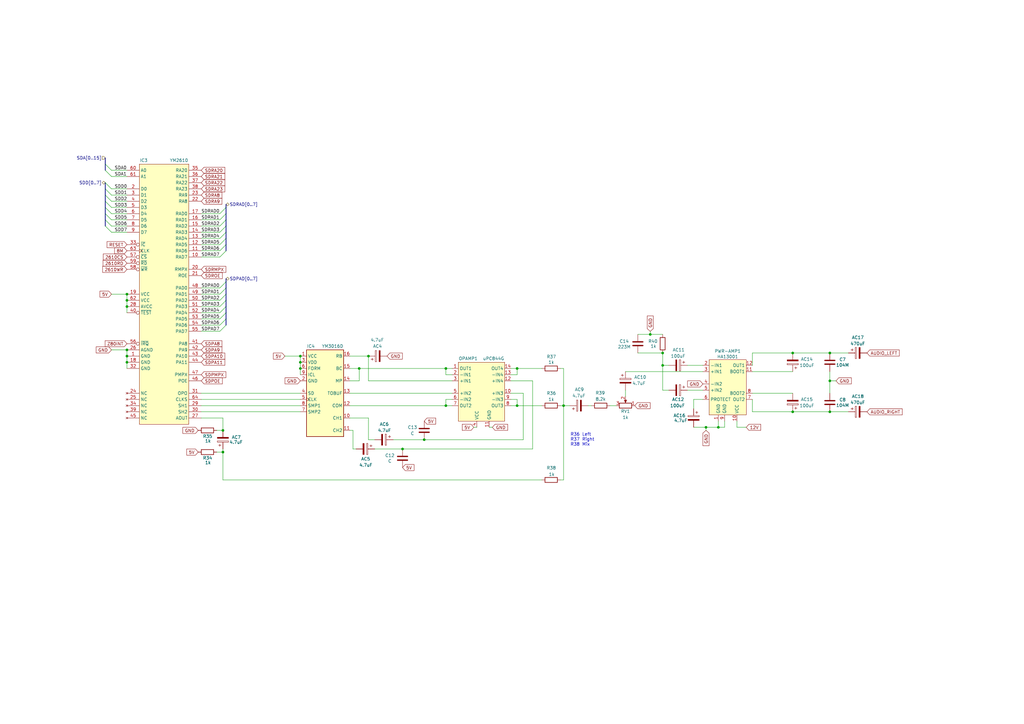
<source format=kicad_sch>
(kicad_sch (version 20250114) (generator "eeschema") (generator_version "9.0")
  (paper "A3")
  (title_block (title "NEO-MVH MV1FZS") (date "2025-10-13") (comment 1 "Not official schematic from SNK") (comment 2 "Use at your own discretion"))
  (lib_symbols
    (symbol "Device:C" (pin_numbers (hide yes)) (pin_names (offset 0.254))
      (property "Reference" "C" (at 0.635 2.54 0))
      (property "Value" "C" (at 0.635 -2.54 0))
      (symbol "C_0_1"
        (polyline (pts (xy -2.032 0.762) (xy 2.032 0.762)) (stroke (width 0.508)))
        (polyline (pts (xy -2.032 -0.762) (xy 2.032 -0.762)) (stroke (width 0.508)))
      )
      (symbol "C_1_1"
        (pin passive line (at 0 3.81 270) (length 2.794) (name "~") (number "1"))
        (pin passive line (at 0 -3.81 90) (length 2.794) (name "~") (number "2"))
      )
    )
    (symbol "Device:C_Polarized" (pin_numbers (hide yes)) (pin_names (offset 0.254))
      (property "Reference" "C" (at 0.635 2.54 0))
      (property "Value" "C_Polarized" (at 0.635 -2.54 0))
      (symbol "C_Polarized_0_1"
        (rectangle (start -2.286 0.508) (end 2.286 1.016))
        (polyline (pts (xy -1.778 2.286) (xy -0.762 2.286)))
        (polyline (pts (xy -1.27 2.794) (xy -1.27 1.778)))
        (rectangle (start 2.286 -0.508) (end -2.286 -1.016) (fill (type outline)))
      )
      (symbol "C_Polarized_1_1"
        (pin passive line (at 0 3.81 270) (length 2.794) (name "~") (number "1"))
        (pin passive line (at 0 -3.81 90) (length 2.794) (name "~") (number "2"))
      )
    )
    (symbol "Device:R" (pin_numbers (hide yes)) (pin_names (offset 0))
      (property "Reference" "R" (at 2.032 0 90))
      (property "Value" "R" (at 0 0 90))
      (symbol "R_0_1"
        (rectangle (start -1.016 -2.54) (end 1.016 2.54) (stroke (width 0.254)))
      )
      (symbol "R_1_1"
        (pin passive line (at 0 3.81 270) (length 1.27) (name "~") (number "1"))
        (pin passive line (at 0 -3.81 90) (length 1.27) (name "~") (number "2"))
      )
    )
    (symbol "Device:R_Potentiometer" (pin_names (offset 1.016) (hide yes))
      (property "Reference" "RV" (at -4.445 0 90))
      (property "Value" "R_Potentiometer" (at -2.54 0 90))
      (symbol "R_Potentiometer_0_1"
        (rectangle (start 1.016 2.54) (end -1.016 -2.54) (stroke (width 0.254)))
        (polyline (pts (xy 1.143 0) (xy 2.286 0.508) (xy 2.286 -0.508) (xy 1.143 0)) (fill (type outline)))
        (polyline (pts (xy 2.54 0) (xy 1.524 0)))
      )
      (symbol "R_Potentiometer_1_1"
        (pin passive line (at 0 3.81 270) (length 1.27) (name "1") (number "1"))
        (pin passive line (at 0 -3.81 90) (length 1.27) (name "3") (number "3"))
        (pin passive line (at 3.81 0 180) (length 1.27) (name "2") (number "2"))
      )
    )
    (symbol "Neo Geo:HA13001"
      (property "Reference" "U" (at -6.858 12.7 0))
      (property "Value" "HA13001" (at 3.302 12.7 0))
      (symbol "HA13001_1_1"
        (rectangle (start -7.62 11.176) (end 7.62 -11.43) (fill (type background)))
        (pin input line (at -10.16 8.89 0) (length 2.54) (name "-IN1") (number "2"))
        (pin input line (at -10.16 6.35 0) (length 2.54) (name "+IN1") (number "3"))
        (pin input line (at -10.16 1.27 0) (length 2.54) (name "-IN2") (number "4"))
        (pin input line (at -10.16 -1.27 0) (length 2.54) (name "+IN2") (number "5"))
        (pin output line (at -10.16 -5.08 0) (length 2.54) (name "PROTECT") (number "6"))
        (pin power_in line (at -3.81 -13.97 90) (length 2.54) (name "GND") (number "1"))
        (pin power_in line (at -1.27 -13.97 90) (length 2.54) (name "GND") (number "9"))
        (pin power_in line (at 3.81 -13.97 90) (length 2.54) (name "VCC") (number "10"))
        (pin output line (at 10.16 8.89 180) (length 2.54) (name "OUT1") (number "12"))
        (pin input line (at 10.16 6.35 180) (length 2.54) (name "BOOT1") (number "11"))
        (pin input line (at 10.16 -2.54 180) (length 2.54) (name "BOOT2") (number "8"))
        (pin output line (at 10.16 -5.08 180) (length 2.54) (name "OUT2") (number "7"))
      )
    )
    (symbol "Neo Geo:YM2610"
      (property "Reference" "IC" (at -8.89 59.69 0))
      (property "Value" "YM2610" (at 0 -49.53 0))
      (symbol "YM2610_1_1"
        (rectangle (start -10.16 58.42) (end 10.16 -48.26) (fill (type background)))
        (pin bidirectional line (at -15.24 55.88 0) (length 5.08) (name "A0") (number "60"))
        (pin bidirectional line (at -15.24 53.34 0) (length 5.08) (name "A1") (number "61"))
        (pin bidirectional line (at -15.24 48.26 0) (length 5.08) (name "D0") (number "2"))
        (pin bidirectional line (at -15.24 45.72 0) (length 5.08) (name "D1") (number "3"))
        (pin bidirectional line (at -15.24 43.18 0) (length 5.08) (name "D2") (number "4"))
        (pin bidirectional line (at -15.24 40.64 0) (length 5.08) (name "D3") (number "5"))
        (pin bidirectional line (at -15.24 38.1 0) (length 5.08) (name "D4") (number "6"))
        (pin bidirectional line (at -15.24 35.56 0) (length 5.08) (name "D5") (number "7"))
        (pin bidirectional line (at -15.24 33.02 0) (length 5.08) (name "D6") (number "8"))
        (pin bidirectional line (at -15.24 30.48 0) (length 5.08) (name "D7") (number "9"))
        (pin bidirectional inverted (at -15.24 25.4 0) (length 5.08) (name "~{IC}") (number "33"))
        (pin bidirectional clock (at -15.24 22.86 0) (length 5.08) (name "CLK") (number "63"))
        (pin bidirectional inverted (at -15.24 20.32 0) (length 5.08) (name "~{CS}") (number "57"))
        (pin bidirectional inverted (at -15.24 17.78 0) (length 5.08) (name "~{RD}") (number "59"))
        (pin bidirectional inverted (at -15.24 15.24 0) (length 5.08) (name "~{WR}") (number "58"))
        (pin power_in line (at -15.24 5.08 0) (length 5.08) (name "VCC") (number "19"))
        (pin power_in line (at -15.24 2.54 0) (length 5.08) (name "VCC") (number "62"))
        (pin power_in line (at -15.24 0 0) (length 5.08) (name "AVCC") (number "28"))
        (pin input inverted (at -15.24 -2.54 0) (length 5.08) (name "~{TEST}") (number "40"))
        (pin bidirectional inverted (at -15.24 -15.24 0) (length 5.08) (name "~{IRQ}") (number "56"))
        (pin power_in line (at -15.24 -17.78 0) (length 5.08) (name "AGND") (number "26"))
        (pin power_in line (at -15.24 -20.32 0) (length 5.08) (name "GND") (number "1"))
        (pin power_in line (at -15.24 -22.86 0) (length 5.08) (name "GND") (number "18"))
        (pin power_in line (at -15.24 -25.4 0) (length 5.08) (name "GND") (number "32"))
        (pin no_connect line (at -15.24 -35.56 0) (length 5.08) (name "NC") (number "24"))
        (pin no_connect line (at -15.24 -38.1 0) (length 5.08) (name "NC") (number "25"))
        (pin no_connect line (at -15.24 -40.64 0) (length 5.08) (name "NC") (number "34"))
        (pin no_connect line (at -15.24 -43.18 0) (length 5.08) (name "NC") (number "39"))
        (pin no_connect line (at -15.24 -45.72 0) (length 5.08) (name "NC") (number "45"))
        (pin bidirectional line (at 15.24 55.88 180) (length 5.08) (name "RA20") (number "35"))
        (pin bidirectional line (at 15.24 53.34 180) (length 5.08) (name "RA21") (number "36"))
        (pin bidirectional line (at 15.24 50.8 180) (length 5.08) (name "RA22") (number "37"))
        (pin bidirectional line (at 15.24 48.26 180) (length 5.08) (name "RA23") (number "38"))
        (pin bidirectional line (at 15.24 45.72 180) (length 5.08) (name "RA9") (number "23"))
        (pin bidirectional line (at 15.24 43.18 180) (length 5.08) (name "RA8") (number "22"))
        (pin bidirectional line (at 15.24 38.1 180) (length 5.08) (name "RAD0") (number "17"))
        (pin bidirectional line (at 15.24 35.56 180) (length 5.08) (name "RAD1") (number "16"))
        (pin bidirectional line (at 15.24 33.02 180) (length 5.08) (name "RAD2") (number "15"))
        (pin bidirectional line (at 15.24 30.48 180) (length 5.08) (name "RAD3") (number "14"))
        (pin bidirectional line (at 15.24 27.94 180) (length 5.08) (name "RAD4") (number "13"))
        (pin bidirectional line (at 15.24 25.4 180) (length 5.08) (name "RAD5") (number "12"))
        (pin bidirectional line (at 15.24 22.86 180) (length 5.08) (name "RAD6") (number "11"))
        (pin bidirectional line (at 15.24 20.32 180) (length 5.08) (name "RAD7") (number "10"))
        (pin bidirectional line (at 15.24 15.24 180) (length 5.08) (name "RMPX") (number "20"))
        (pin bidirectional line (at 15.24 12.7 180) (length 5.08) (name "ROE") (number "21"))
        (pin bidirectional line (at 15.24 7.62 180) (length 5.08) (name "PAD0") (number "48"))
        (pin bidirectional line (at 15.24 5.08 180) (length 5.08) (name "PAD1") (number "49"))
        (pin bidirectional line (at 15.24 2.54 180) (length 5.08) (name "PAD2") (number "50"))
        (pin bidirectional line (at 15.24 0 180) (length 5.08) (name "PAD3") (number "51"))
        (pin bidirectional line (at 15.24 -2.54 180) (length 5.08) (name "PAD4") (number "52"))
        (pin bidirectional line (at 15.24 -5.08 180) (length 5.08) (name "PAD5") (number "53"))
        (pin bidirectional line (at 15.24 -7.62 180) (length 5.08) (name "PAD6") (number "54"))
        (pin bidirectional line (at 15.24 -10.16 180) (length 5.08) (name "PAD7") (number "55"))
        (pin bidirectional line (at 15.24 -15.24 180) (length 5.08) (name "PA8") (number "41"))
        (pin bidirectional line (at 15.24 -17.78 180) (length 5.08) (name "PA9") (number "42"))
        (pin bidirectional line (at 15.24 -20.32 180) (length 5.08) (name "PA10") (number "43"))
        (pin bidirectional line (at 15.24 -22.86 180) (length 5.08) (name "PA11") (number "44"))
        (pin bidirectional line (at 15.24 -27.94 180) (length 5.08) (name "PMPX") (number "47"))
        (pin bidirectional line (at 15.24 -30.48 180) (length 5.08) (name "POE") (number "46"))
        (pin bidirectional line (at 15.24 -35.56 180) (length 5.08) (name "OPO") (number "31"))
        (pin bidirectional line (at 15.24 -38.1 180) (length 5.08) (name "CLKS") (number "64"))
        (pin bidirectional line (at 15.24 -40.64 180) (length 5.08) (name "SH1") (number "29"))
        (pin bidirectional line (at 15.24 -43.18 180) (length 5.08) (name "SH2") (number "30"))
        (pin bidirectional line (at 15.24 -45.72 180) (length 5.08) (name "AOUT") (number "27"))
      )
    )
    (symbol "Neo Geo:YM3016D"
      (property "Reference" "IC" (at -6.35 26.67 0))
      (property "Value" "YM3016D" (at -3.81 -11.43 0))
      (symbol "YM3016D_1_1"
        (rectangle (start -7.62 25.4) (end 7.62 -10.16) (stroke (width 0.254)) (fill (type background)))
        (pin power_in line (at -10.16 22.86 0) (length 2.54) (name "VCC") (number "1"))
        (pin power_in line (at -10.16 20.32 0) (length 2.54) (name "VDD") (number "3"))
        (pin input line (at -10.16 17.78 0) (length 2.54) (name "FORM") (number "6"))
        (pin input line (at -10.16 15.24 0) (length 2.54) (name "ICL") (number "9"))
        (pin power_in line (at -10.16 12.7 0) (length 2.54) (name "GND") (number "2"))
        (pin input line (at -10.16 7.62 0) (length 2.54) (name "SD") (number "4"))
        (pin input clock (at -10.16 5.08 0) (length 2.54) (name "CLK") (number "5"))
        (pin input line (at -10.16 2.54 0) (length 2.54) (name "SMP1") (number "8"))
        (pin input line (at -10.16 0 0) (length 2.54) (name "SMP2") (number "7"))
        (pin bidirectional line (at 10.16 22.86 180) (length 2.54) (name "RB") (number "16"))
        (pin bidirectional line (at 10.16 17.78 180) (length 2.54) (name "BC") (number "15"))
        (pin bidirectional line (at 10.16 12.7 180) (length 2.54) (name "MP") (number "14"))
        (pin bidirectional line (at 10.16 7.62 180) (length 2.54) (name "TOBUF") (number "13"))
        (pin bidirectional line (at 10.16 2.54 180) (length 2.54) (name "COM") (number "12"))
        (pin output line (at 10.16 -2.54 180) (length 2.54) (name "CH1") (number "10"))
        (pin output line (at 10.16 -7.62 180) (length 2.54) (name "CH2") (number "11"))
      )
    )
    (symbol "Neo Geo:uPC844G"
      (property "Reference" "U" (at -9.144 12.954 0))
      (property "Value" "uPC844G" (at 4.318 12.954 0))
      (symbol "uPC844G_1_1"
        (rectangle (start -10.16 11.43) (end 8.89 -12.7) (fill (type background)))
        (pin output line (at -12.7 8.89 0) (length 2.54) (name "OUT1") (number "1"))
        (pin input line (at -12.7 6.35 0) (length 2.54) (name "-IN1") (number "2"))
        (pin input line (at -12.7 3.81 0) (length 2.54) (name "+IN1") (number "3"))
        (pin input line (at -12.7 -1.27 0) (length 2.54) (name "+IN2") (number "5"))
        (pin input line (at -12.7 -3.81 0) (length 2.54) (name "-IN2") (number "6"))
        (pin output line (at -12.7 -6.35 0) (length 2.54) (name "OUT2") (number "7"))
        (pin power_in line (at -2.54 -15.24 90) (length 2.54) (name "VCC") (number "4"))
        (pin power_in line (at 2.54 -15.24 90) (length 2.54) (name "GND") (number "11"))
        (pin output line (at 11.43 8.89 180) (length 2.54) (name "OUT4") (number "14"))
        (pin input line (at 11.43 6.35 180) (length 2.54) (name "-IN4") (number "13"))
        (pin input line (at 11.43 3.81 180) (length 2.54) (name "+IN4") (number "12"))
        (pin input line (at 11.43 -1.27 180) (length 2.54) (name "+IN3") (number "10"))
        (pin input line (at 11.43 -3.81 180) (length 2.54) (name "-IN3") (number "9"))
        (pin output line (at 11.43 -6.35 180) (length 2.54) (name "OUT3") (number "8"))
      )
    )
  )
  (text "R36	Left\nR37	Right\nR38	Mix" (at 233.934 180.34 0) (effects (font (size 1.27 1.27)) (justify left)))
  (junction (at 294.64 175.26))
  (junction (at 52.07 123.19))
  (junction (at 340.36 144.78))
  (junction (at 123.19 148.59))
  (junction (at 289.56 175.26))
  (junction (at 52.07 143.51))
  (junction (at 266.7 137.16))
  (junction (at 147.32 151.13))
  (junction (at 325.12 168.91))
  (junction (at 271.78 144.78))
  (junction (at 52.07 125.73))
  (junction (at 173.99 180.34))
  (junction (at 91.44 176.53))
  (junction (at 91.44 185.42))
  (junction (at 123.19 146.05))
  (junction (at 212.09 151.13))
  (junction (at 271.78 149.86))
  (junction (at 52.07 146.05))
  (junction (at 151.13 146.05))
  (junction (at 182.88 166.37))
  (junction (at 340.36 168.91))
  (junction (at 165.1 184.15))
  (junction (at 52.07 148.59))
  (junction (at 52.07 120.65))
  (junction (at 182.88 151.13))
  (junction (at 123.19 151.13))
  (junction (at 340.36 156.21))
  (junction (at 325.12 144.78))
  (junction (at 212.09 166.37))
  (junction (at 231.14 166.37))
  (bus_entry (at 92.71 100.33) (size -2.54 2.54))
  (bus_entry (at 92.71 128.27) (size -2.54 2.54))
  (bus_entry (at 92.71 92.71) (size -2.54 2.54))
  (bus_entry (at 92.71 102.87) (size -2.54 2.54))
  (bus_entry (at 43.18 67.31) (size 2.54 2.54))
  (bus_entry (at 92.71 125.73) (size -2.54 2.54))
  (bus_entry (at 92.71 123.19) (size -2.54 2.54))
  (bus_entry (at 92.71 87.63) (size -2.54 2.54))
  (bus_entry (at 92.71 133.35) (size -2.54 2.54))
  (bus_entry (at 92.71 90.17) (size -2.54 2.54))
  (bus_entry (at 43.18 74.93) (size 2.54 2.54))
  (bus_entry (at 92.71 85.09) (size -2.54 2.54))
  (bus_entry (at 92.71 97.79) (size -2.54 2.54))
  (bus_entry (at 92.71 118.11) (size -2.54 2.54))
  (bus_entry (at 92.71 120.65) (size -2.54 2.54))
  (bus_entry (at 43.18 87.63) (size 2.54 2.54))
  (bus_entry (at 43.18 85.09) (size 2.54 2.54))
  (bus_entry (at 43.18 77.47) (size 2.54 2.54))
  (bus_entry (at 43.18 80.01) (size 2.54 2.54))
  (bus_entry (at 43.18 92.71) (size 2.54 2.54))
  (bus_entry (at 43.18 69.85) (size 2.54 2.54))
  (bus_entry (at 43.18 82.55) (size 2.54 2.54))
  (bus_entry (at 92.71 130.81) (size -2.54 2.54))
  (bus_entry (at 92.71 115.57) (size -2.54 2.54))
  (bus_entry (at 92.71 95.25) (size -2.54 2.54))
  (bus_entry (at 43.18 90.17) (size 2.54 2.54))
  (wire (pts (xy 143.51 151.13) (xy 147.32 151.13)))
  (wire (pts (xy 143.51 161.29) (xy 185.42 161.29)))
  (wire (pts (xy 173.99 180.34) (xy 161.29 180.34)))
  (bus (pts (xy 92.71 97.79) (xy 92.71 100.33)))
  (wire (pts (xy 256.54 160.02) (xy 256.54 162.56)))
  (wire (pts (xy 45.72 85.09) (xy 52.07 85.09)))
  (wire (pts (xy 45.72 95.25) (xy 52.07 95.25)))
  (bus (pts (xy 92.71 90.17) (xy 92.71 92.71)))
  (wire (pts (xy 52.07 148.59) (xy 52.07 151.13)))
  (wire (pts (xy 340.36 156.21) (xy 340.36 161.29)))
  (wire (pts (xy 82.55 168.91) (xy 123.19 168.91)))
  (wire (pts (xy 144.78 184.15) (xy 144.78 176.53)))
  (wire (pts (xy 242.57 166.37) (xy 241.3 166.37)))
  (wire (pts (xy 82.55 135.89) (xy 90.17 135.89)))
  (wire (pts (xy 250.19 166.37) (xy 252.73 166.37)))
  (bus (pts (xy 92.71 118.11) (xy 92.71 120.65)))
  (wire (pts (xy 143.51 166.37) (xy 182.88 166.37)))
  (wire (pts (xy 274.32 160.02) (xy 271.78 160.02)))
  (wire (pts (xy 45.72 143.51) (xy 52.07 143.51)))
  (wire (pts (xy 201.93 175.26) (xy 200.66 175.26)))
  (wire (pts (xy 144.78 184.15) (xy 146.05 184.15)))
  (wire (pts (xy 147.32 156.21) (xy 147.32 151.13)))
  (wire (pts (xy 302.26 172.72) (xy 302.26 175.26)))
  (wire (pts (xy 308.61 152.4) (xy 325.12 152.4)))
  (wire (pts (xy 340.36 144.78) (xy 347.98 144.78)))
  (bus (pts (xy 92.71 114.3) (xy 92.71 115.57)))
  (wire (pts (xy 182.88 163.83) (xy 182.88 166.37)))
  (bus (pts (xy 92.71 120.65) (xy 92.71 123.19)))
  (wire (pts (xy 271.78 144.78) (xy 271.78 149.86)))
  (bus (pts (xy 92.71 87.63) (xy 92.71 90.17)))
  (wire (pts (xy 82.55 100.33) (xy 90.17 100.33)))
  (wire (pts (xy 82.55 130.81) (xy 90.17 130.81)))
  (wire (pts (xy 209.55 163.83) (xy 212.09 163.83)))
  (wire (pts (xy 231.14 151.13) (xy 231.14 166.37)))
  (wire (pts (xy 82.55 97.79) (xy 90.17 97.79)))
  (wire (pts (xy 151.13 180.34) (xy 153.67 180.34)))
  (wire (pts (xy 308.61 161.29) (xy 325.12 161.29)))
  (bus (pts (xy 43.18 90.17) (xy 43.18 92.71)))
  (wire (pts (xy 231.14 151.13) (xy 229.87 151.13)))
  (wire (pts (xy 143.51 146.05) (xy 151.13 146.05)))
  (wire (pts (xy 212.09 151.13) (xy 222.25 151.13)))
  (bus (pts (xy 43.18 87.63) (xy 43.18 90.17)))
  (wire (pts (xy 271.78 149.86) (xy 274.32 149.86)))
  (wire (pts (xy 143.51 156.21) (xy 147.32 156.21)))
  (wire (pts (xy 91.44 171.45) (xy 82.55 171.45)))
  (wire (pts (xy 340.36 152.4) (xy 340.36 156.21)))
  (wire (pts (xy 266.7 135.89) (xy 266.7 137.16)))
  (wire (pts (xy 212.09 166.37) (xy 222.25 166.37)))
  (bus (pts (xy 43.18 85.09) (xy 43.18 87.63)))
  (wire (pts (xy 281.94 160.02) (xy 288.29 160.02)))
  (bus (pts (xy 92.71 125.73) (xy 92.71 128.27)))
  (wire (pts (xy 209.55 166.37) (xy 212.09 166.37)))
  (wire (pts (xy 214.63 161.29) (xy 209.55 161.29)))
  (wire (pts (xy 261.62 144.78) (xy 271.78 144.78)))
  (wire (pts (xy 82.55 123.19) (xy 90.17 123.19)))
  (wire (pts (xy 229.87 166.37) (xy 231.14 166.37)))
  (wire (pts (xy 82.55 125.73) (xy 90.17 125.73)))
  (wire (pts (xy 325.12 144.78) (xy 340.36 144.78)))
  (wire (pts (xy 266.7 137.16) (xy 261.62 137.16)))
  (wire (pts (xy 340.36 168.91) (xy 347.98 168.91)))
  (bus (pts (xy 92.71 130.81) (xy 92.71 133.35)))
  (wire (pts (xy 82.55 133.35) (xy 90.17 133.35)))
  (wire (pts (xy 185.42 156.21) (xy 151.13 156.21)))
  (wire (pts (xy 194.31 175.26) (xy 195.58 175.26)))
  (wire (pts (xy 82.55 120.65) (xy 90.17 120.65)))
  (bus (pts (xy 43.18 67.31) (xy 43.18 69.85)))
  (wire (pts (xy 212.09 163.83) (xy 212.09 166.37)))
  (wire (pts (xy 231.14 166.37) (xy 233.68 166.37)))
  (wire (pts (xy 209.55 151.13) (xy 212.09 151.13)))
  (wire (pts (xy 52.07 143.51) (xy 52.07 146.05)))
  (wire (pts (xy 45.72 72.39) (xy 52.07 72.39)))
  (wire (pts (xy 151.13 156.21) (xy 151.13 146.05)))
  (bus (pts (xy 92.71 128.27) (xy 92.71 130.81)))
  (wire (pts (xy 82.55 161.29) (xy 123.19 161.29)))
  (wire (pts (xy 182.88 151.13) (xy 185.42 151.13)))
  (wire (pts (xy 165.1 184.15) (xy 153.67 184.15)))
  (bus (pts (xy 92.71 123.19) (xy 92.71 125.73)))
  (wire (pts (xy 91.44 185.42) (xy 91.44 196.85)))
  (bus (pts (xy 43.18 80.01) (xy 43.18 82.55)))
  (wire (pts (xy 144.78 176.53) (xy 143.51 176.53)))
  (wire (pts (xy 182.88 153.67) (xy 182.88 151.13)))
  (wire (pts (xy 284.48 163.83) (xy 284.48 167.64)))
  (wire (pts (xy 165.1 184.15) (xy 218.44 184.15)))
  (wire (pts (xy 45.72 77.47) (xy 52.07 77.47)))
  (wire (pts (xy 325.12 144.78) (xy 308.61 144.78)))
  (wire (pts (xy 308.61 144.78) (xy 308.61 149.86)))
  (wire (pts (xy 294.64 175.26) (xy 297.18 175.26)))
  (bus (pts (xy 92.71 83.82) (xy 92.71 85.09)))
  (bus (pts (xy 43.18 74.93) (xy 43.18 77.47)))
  (wire (pts (xy 173.99 180.34) (xy 214.63 180.34)))
  (wire (pts (xy 82.55 87.63) (xy 90.17 87.63)))
  (wire (pts (xy 52.07 146.05) (xy 52.07 148.59)))
  (wire (pts (xy 218.44 156.21) (xy 209.55 156.21)))
  (wire (pts (xy 123.19 148.59) (xy 123.19 151.13)))
  (wire (pts (xy 271.78 160.02) (xy 271.78 149.86)))
  (wire (pts (xy 82.55 105.41) (xy 90.17 105.41)))
  (wire (pts (xy 229.87 196.85) (xy 231.14 196.85)))
  (bus (pts (xy 92.71 85.09) (xy 92.71 87.63)))
  (wire (pts (xy 45.72 69.85) (xy 52.07 69.85)))
  (wire (pts (xy 185.42 166.37) (xy 182.88 166.37)))
  (wire (pts (xy 218.44 184.15) (xy 218.44 156.21)))
  (wire (pts (xy 52.07 120.65) (xy 52.07 123.19)))
  (wire (pts (xy 82.55 118.11) (xy 90.17 118.11)))
  (wire (pts (xy 91.44 184.15) (xy 91.44 185.42)))
  (bus (pts (xy 43.18 64.77) (xy 43.18 67.31)))
  (wire (pts (xy 308.61 163.83) (xy 308.61 168.91)))
  (wire (pts (xy 91.44 196.85) (xy 222.25 196.85)))
  (bus (pts (xy 92.71 95.25) (xy 92.71 97.79)))
  (wire (pts (xy 82.55 166.37) (xy 123.19 166.37)))
  (wire (pts (xy 308.61 168.91) (xy 325.12 168.91)))
  (wire (pts (xy 284.48 175.26) (xy 289.56 175.26)))
  (wire (pts (xy 151.13 171.45) (xy 143.51 171.45)))
  (wire (pts (xy 45.72 120.65) (xy 52.07 120.65)))
  (wire (pts (xy 116.84 146.05) (xy 123.19 146.05)))
  (wire (pts (xy 82.55 102.87) (xy 90.17 102.87)))
  (wire (pts (xy 82.55 92.71) (xy 90.17 92.71)))
  (wire (pts (xy 123.19 151.13) (xy 123.19 153.67)))
  (wire (pts (xy 325.12 168.91) (xy 340.36 168.91)))
  (wire (pts (xy 82.55 128.27) (xy 90.17 128.27)))
  (wire (pts (xy 82.55 90.17) (xy 90.17 90.17)))
  (wire (pts (xy 82.55 95.25) (xy 90.17 95.25)))
  (wire (pts (xy 212.09 151.13) (xy 212.09 153.67)))
  (wire (pts (xy 281.94 149.86) (xy 288.29 149.86)))
  (wire (pts (xy 294.64 175.26) (xy 294.64 172.72)))
  (wire (pts (xy 284.48 163.83) (xy 288.29 163.83)))
  (wire (pts (xy 91.44 176.53) (xy 91.44 171.45)))
  (wire (pts (xy 182.88 163.83) (xy 185.42 163.83)))
  (wire (pts (xy 82.55 163.83) (xy 123.19 163.83)))
  (wire (pts (xy 151.13 180.34) (xy 151.13 171.45)))
  (wire (pts (xy 88.9 185.42) (xy 91.44 185.42)))
  (wire (pts (xy 123.19 146.05) (xy 123.19 148.59)))
  (wire (pts (xy 302.26 175.26) (xy 306.07 175.26)))
  (bus (pts (xy 92.71 115.57) (xy 92.71 118.11)))
  (wire (pts (xy 45.72 90.17) (xy 52.07 90.17)))
  (wire (pts (xy 147.32 151.13) (xy 182.88 151.13)))
  (wire (pts (xy 209.55 153.67) (xy 212.09 153.67)))
  (wire (pts (xy 342.9 156.21) (xy 340.36 156.21)))
  (wire (pts (xy 45.72 82.55) (xy 52.07 82.55)))
  (wire (pts (xy 45.72 80.01) (xy 52.07 80.01)))
  (bus (pts (xy 92.71 100.33) (xy 92.71 102.87)))
  (wire (pts (xy 214.63 180.34) (xy 214.63 161.29)))
  (wire (pts (xy 297.18 175.26) (xy 297.18 172.72)))
  (wire (pts (xy 185.42 153.67) (xy 182.88 153.67)))
  (wire (pts (xy 88.9 176.53) (xy 91.44 176.53)))
  (bus (pts (xy 92.71 92.71) (xy 92.71 95.25)))
  (wire (pts (xy 45.72 87.63) (xy 52.07 87.63)))
  (wire (pts (xy 256.54 152.4) (xy 288.29 152.4)))
  (wire (pts (xy 52.07 125.73) (xy 52.07 128.27)))
  (wire (pts (xy 231.14 196.85) (xy 231.14 166.37)))
  (wire (pts (xy 45.72 92.71) (xy 52.07 92.71)))
  (wire (pts (xy 52.07 123.19) (xy 52.07 125.73)))
  (wire (pts (xy 289.56 176.53) (xy 289.56 175.26)))
  (wire (pts (xy 266.7 137.16) (xy 271.78 137.16)))
  (bus (pts (xy 43.18 77.47) (xy 43.18 80.01)))
  (bus (pts (xy 43.18 82.55) (xy 43.18 85.09)))
  (wire (pts (xy 289.56 175.26) (xy 294.64 175.26)))
  (label "SDPAD7" (at 82.55 135.89 0))
  (label "SDRAD5" (at 82.55 100.33 0))
  (label "SDD0" (at 46.99 77.47 0))
  (label "SDPAD4" (at 82.55 128.27 0))
  (label "SDD6" (at 46.99 92.71 0))
  (label "SDD4" (at 46.99 87.63 0))
  (label "SDRAD6" (at 82.55 102.87 0))
  (label "SDRAD3" (at 82.55 95.25 0))
  (label "SDRAD7" (at 82.55 105.41 0))
  (label "SDPAD5" (at 82.55 130.81 0))
  (label "SDPAD2" (at 82.55 123.19 0))
  (label "SDRAD0" (at 82.55 87.63 0))
  (label "SDD1" (at 46.99 80.01 0))
  (label "SDD2" (at 46.99 82.55 0))
  (label "SDPAD3" (at 82.55 125.73 0))
  (label "SDRAD2" (at 82.55 92.71 0))
  (label "SDRAD4" (at 82.55 97.79 0))
  (label "SDA0" (at 46.99 69.85 0))
  (label "SDRAD1" (at 82.55 90.17 0))
  (label "SDPAD0" (at 82.55 118.11 0))
  (label "SDD5" (at 46.99 90.17 0))
  (label "SDD3" (at 46.99 85.09 0))
  (label "SDD7" (at 46.99 95.25 0))
  (label "SDPAD1" (at 82.55 120.65 0))
  (label "SDPAD6" (at 82.55 133.35 0))
  (label "SDA1" (at 46.99 72.39 0))
  (global_label "SDRA22" (shape input) (at 82.55 74.93 0) (property "Intersheetrefs" "${INTERSHEET_REFS}" (effects (hide yes))))
  (global_label "GND" (shape input) (at 123.19 156.21 180) (property "Intersheetrefs" "${INTERSHEET_REFS}" (effects (hide yes))))
  (global_label "SDPA11" (shape input) (at 82.55 148.59 0) (property "Intersheetrefs" "${INTERSHEET_REFS}" (effects (hide yes))))
  (global_label "SDROE" (shape input) (at 82.55 113.03 0) (property "Intersheetrefs" "${INTERSHEET_REFS}" (effects (hide yes))))
  (global_label "5V" (shape input) (at 173.99 172.72 0) (property "Intersheetrefs" "${INTERSHEET_REFS}" (effects (hide yes))))
  (global_label "5V" (shape input) (at 165.1 191.77 0) (property "Intersheetrefs" "${INTERSHEET_REFS}" (effects (hide yes))))
  (global_label "GND" (shape input) (at 260.35 166.37 0) (property "Intersheetrefs" "${INTERSHEET_REFS}" (effects (hide yes))))
  (global_label "12V" (shape input) (at 306.07 175.26 0) (property "Intersheetrefs" "${INTERSHEET_REFS}" (effects (hide yes))))
  (global_label "GND" (shape input) (at 81.28 176.53 180) (property "Intersheetrefs" "${INTERSHEET_REFS}" (effects (hide yes))))
  (global_label "SDPA8" (shape input) (at 82.55 140.97 0) (property "Intersheetrefs" "${INTERSHEET_REFS}" (effects (hide yes))))
  (global_label "5V" (shape input) (at 81.28 185.42 180) (property "Intersheetrefs" "${INTERSHEET_REFS}" (effects (hide yes))))
  (global_label "2610CS" (shape input) (at 52.07 105.41 180) (property "Intersheetrefs" "${INTERSHEET_REFS}" (effects (hide yes))))
  (global_label "Z80INT" (shape input) (at 52.07 140.97 180) (property "Intersheetrefs" "${INTERSHEET_REFS}" (effects (hide yes))))
  (global_label "SDRA20" (shape input) (at 82.55 69.85 0) (property "Intersheetrefs" "${INTERSHEET_REFS}" (effects (hide yes))))
  (global_label "SDRA9" (shape input) (at 82.55 82.55 0) (property "Intersheetrefs" "${INTERSHEET_REFS}" (effects (hide yes))))
  (global_label "GND" (shape input) (at 266.7 135.89 90) (property "Intersheetrefs" "${INTERSHEET_REFS}" (effects (hide yes))))
  (global_label "SDRMPX" (shape input) (at 82.55 110.49 0) (property "Intersheetrefs" "${INTERSHEET_REFS}" (effects (hide yes))))
  (global_label "GND" (shape input) (at 45.72 143.51 180) (property "Intersheetrefs" "${INTERSHEET_REFS}" (effects (hide yes))))
  (global_label "2610WR" (shape input) (at 52.07 110.49 180) (property "Intersheetrefs" "${INTERSHEET_REFS}" (effects (hide yes))))
  (global_label "5V" (shape input) (at 116.84 146.05 180) (property "Intersheetrefs" "${INTERSHEET_REFS}" (effects (hide yes))))
  (global_label "2610RD" (shape input) (at 52.07 107.95 180) (property "Intersheetrefs" "${INTERSHEET_REFS}" (effects (hide yes))))
  (global_label "GND" (shape input) (at 158.75 146.05 0) (property "Intersheetrefs" "${INTERSHEET_REFS}" (effects (hide yes))))
  (global_label "GND" (shape input) (at 201.93 175.26 0) (property "Intersheetrefs" "${INTERSHEET_REFS}" (effects (hide yes))))
  (global_label "SDRA8" (shape input) (at 82.55 80.01 0) (property "Intersheetrefs" "${INTERSHEET_REFS}" (effects (hide yes))))
  (global_label "AUDIO_LEFT" (shape input) (at 355.6 144.78 0) (property "Intersheetrefs" "${INTERSHEET_REFS}" (effects (hide yes))))
  (global_label "GND" (shape input) (at 288.29 157.48 180) (property "Intersheetrefs" "${INTERSHEET_REFS}" (effects (hide yes))))
  (global_label "5V" (shape input) (at 194.31 175.26 180) (property "Intersheetrefs" "${INTERSHEET_REFS}" (effects (hide yes))))
  (global_label "SDPOE" (shape input) (at 82.55 156.21 0) (property "Intersheetrefs" "${INTERSHEET_REFS}" (effects (hide yes))))
  (global_label "8M" (shape input) (at 52.07 102.87 180) (property "Intersheetrefs" "${INTERSHEET_REFS}" (effects (hide yes))))
  (global_label "5V" (shape input) (at 45.72 120.65 180) (property "Intersheetrefs" "${INTERSHEET_REFS}" (effects (hide yes))))
  (global_label "SDPA9" (shape input) (at 82.55 143.51 0) (property "Intersheetrefs" "${INTERSHEET_REFS}" (effects (hide yes))))
  (global_label "SDPMPX" (shape input) (at 82.55 153.67 0) (property "Intersheetrefs" "${INTERSHEET_REFS}" (effects (hide yes))))
  (global_label "SDRA23" (shape input) (at 82.55 77.47 0) (property "Intersheetrefs" "${INTERSHEET_REFS}" (effects (hide yes))))
  (global_label "SDPA10" (shape input) (at 82.55 146.05 0) (property "Intersheetrefs" "${INTERSHEET_REFS}" (effects (hide yes))))
  (global_label "AUDIO_RIGHT" (shape input) (at 355.6 168.91 0) (property "Intersheetrefs" "${INTERSHEET_REFS}" (effects (hide yes))))
  (global_label "SDRA21" (shape input) (at 82.55 72.39 0) (property "Intersheetrefs" "${INTERSHEET_REFS}" (effects (hide yes))))
  (global_label "GND" (shape input) (at 289.56 176.53 270) (property "Intersheetrefs" "${INTERSHEET_REFS}" (effects (hide yes))))
  (global_label "RESET" (shape input) (at 52.07 100.33 180) (property "Intersheetrefs" "${INTERSHEET_REFS}" (effects (hide yes))))
  (global_label "GND" (shape input) (at 342.9 156.21 0) (property "Intersheetrefs" "${INTERSHEET_REFS}" (effects (hide yes))))
  (hierarchical_label "SDRAD[0..7]" (shape bidirectional) (at 92.71 83.82 0))
  (hierarchical_label "SDPAD[0..7]" (shape bidirectional) (at 92.71 114.3 0))
  (hierarchical_label "SDD[0..7]" (shape bidirectional) (at 43.18 74.93 180))
  (hierarchical_label "SDA[0..15]" (shape input) (at 43.18 64.77 180))
  (symbol (lib_id "Device:R_Potentiometer") (at 256.54 166.37 270) (mirror x) (unit 1)
    (property "Reference" "RV1" (at 256.54 168.656 90))
    (property "Value" "1k" (at 256.54 171.196 90))
    (property "Description" "Potentiometer" (effects (hide yes)))
  )
  (symbol (lib_id "Device:R") (at 226.06 196.85 90) (unit 1)
    (property "Reference" "R38" (at 224.155 191.897 90) (effects (justify right)))
    (property "Value" "1k" (at 225.044 194.564 90) (effects (justify right)))
    (property "Description" "Resistor" (effects (hide yes)))
  )
  (symbol (lib_id "Device:C") (at 261.62 140.97 0) (unit 1)
    (property "Reference" "C14" (at 256.032 139.954 0))
    (property "Value" "223M" (at 256.032 142.24 0))
    (property "Description" "Unpolarized capacitor" (effects (hide yes)))
  )
  (symbol (lib_id "Device:C_Polarized") (at 351.79 144.78 90) (mirror x) (unit 1)
    (property "Reference" "AC17" (at 354.33 138.43 90) (effects (justify left)))
    (property "Value" "470uF" (at 354.838 140.97 90) (effects (justify left)))
    (property "Description" "Polarized capacitor" (effects (hide yes)))
  )
  (symbol (lib_id "Device:C_Polarized") (at 256.54 156.21 0) (unit 1)
    (property "Reference" "AC10" (at 260.096 154.686 0) (effects (justify left)))
    (property "Value" "4.7uF" (at 259.334 157.226 0) (effects (justify left)))
    (property "Description" "Polarized capacitor" (effects (hide yes)))
  )
  (symbol (lib_id "Device:C_Polarized") (at 325.12 148.59 180) (unit 1)
    (property "Reference" "AC14" (at 328.422 147.32 0) (effects (justify right)))
    (property "Value" "100uF" (at 327.914 149.86 0) (effects (justify right)))
    (property "Description" "Polarized capacitor" (effects (hide yes)))
  )
  (symbol (lib_id "Device:R") (at 85.09 185.42 270) (unit 1)
    (property "Reference" "R34" (at 83.185 187.833 90) (effects (justify left)))
    (property "Value" "1k" (at 84.074 189.738 90) (effects (justify left)))
    (property "Description" "Resistor" (effects (hide yes)))
  )
  (symbol (lib_id "Device:R") (at 226.06 151.13 90) (unit 1)
    (property "Reference" "R37" (at 228.092 146.304 90) (effects (justify left)))
    (property "Value" "1k" (at 227.33 148.59 90) (effects (justify left)))
    (property "Description" "Resistor" (effects (hide yes)))
  )
  (symbol (lib_id "Neo Geo:HA13001") (at 298.45 158.75 0) (unit 1)
    (property "Reference" "PWR-AMP1" (at 298.45 144.018 0))
    (property "Value" "HA13001" (at 298.45 146.304 0))
    (property "Description" "17.5W BTL Audio Power Amplifier" (effects (hide yes)))
  )
  (symbol (lib_id "Device:R") (at 246.38 166.37 90) (unit 1)
    (property "Reference" "R39" (at 244.221 161.163 90) (effects (justify right)))
    (property "Value" "8.2k" (at 244.221 163.703 90) (effects (justify right)))
    (property "Description" "Resistor" (effects (hide yes)))
  )
  (symbol (lib_id "Device:R") (at 271.78 140.97 180) (unit 1)
    (property "Reference" "R40" (at 269.748 139.954 0) (effects (justify left)))
    (property "Value" "1k" (at 269.24 141.986 0) (effects (justify left)))
    (property "Description" "Resistor" (effects (hide yes)))
  )
  (symbol (lib_id "Neo Geo:YM2610") (at 67.31 125.73 0) (unit 1)
    (property "Reference" "IC3" (at 58.928 65.786 0))
    (property "Value" "YM2610" (at 73.406 65.786 0))
    (property "Description" "Xilinx CPLD, Obsolete" (effects (hide yes)))
  )
  (symbol (lib_id "Device:C") (at 173.99 176.53 0) (mirror y) (unit 1)
    (property "Reference" "C13" (at 169.164 175.26 0))
    (property "Value" "C" (at 169.164 177.8 0))
    (property "Description" "Unpolarized capacitor" (effects (hide yes)))
  )
  (symbol (lib_id "Device:C_Polarized") (at 91.44 180.34 0) (mirror x) (unit 1)
    (property "Reference" "AC7" (at 98.806 179.324 0) (effects (justify right)))
    (property "Value" "4.7uF" (at 99.568 181.356 0) (effects (justify right)))
    (property "Description" "Polarized capacitor" (effects (hide yes)))
  )
  (symbol (lib_id "Device:C_Polarized") (at 325.12 165.1 180) (unit 1)
    (property "Reference" "AC15" (at 328.422 163.83 0) (effects (justify right)))
    (property "Value" "100uF" (at 327.914 166.37 0) (effects (justify right)))
    (property "Description" "Polarized capacitor" (effects (hide yes)))
  )
  (symbol (lib_id "Neo Geo:uPC844G") (at 198.12 160.02 0) (unit 1)
    (property "Reference" "OPAMP1" (at 192.024 147.066 0))
    (property "Value" "uPC844G" (at 202.438 147.066 0))
    (property "Description" "Quad OpAmp" (effects (hide yes)))
  )
  (symbol (lib_id "Device:C_Polarized") (at 278.13 160.02 270) (unit 1)
    (property "Reference" "AC12" (at 275.59 163.83 90) (effects (justify left)))
    (property "Value" "100uF" (at 274.828 166.37 90) (effects (justify left)))
    (property "Description" "Polarized capacitor" (effects (hide yes)))
  )
  (symbol (lib_id "Device:R") (at 85.09 176.53 270) (unit 1)
    (property "Reference" "R35" (at 83.185 178.943 90) (effects (justify left)))
    (property "Value" "1k" (at 84.074 180.848 90) (effects (justify left)))
    (property "Description" "Resistor" (effects (hide yes)))
  )
  (symbol (lib_id "Device:C_Polarized") (at 157.48 180.34 270) (unit 1)
    (property "Reference" "AC6" (at 155.702 173.99 90) (effects (justify left)))
    (property "Value" "4.7uF" (at 154.94 176.53 90) (effects (justify left)))
    (property "Description" "Polarized capacitor" (effects (hide yes)))
  )
  (symbol (lib_id "Device:C") (at 165.1 187.96 180) (unit 1)
    (property "Reference" "C12" (at 159.893 186.817 0))
    (property "Value" "C" (at 159.893 189.103 0))
    (property "Description" "Unpolarized capacitor" (effects (hide yes)))
  )
  (symbol (lib_id "Device:C_Polarized") (at 351.79 168.91 90) (mirror x) (unit 1)
    (property "Reference" "AC18" (at 354.33 162.56 90) (effects (justify left)))
    (property "Value" "470uF" (at 354.838 165.1 90) (effects (justify left)))
    (property "Description" "Polarized capacitor" (effects (hide yes)))
  )
  (symbol (lib_id "Device:C") (at 340.36 165.1 0) (mirror x) (unit 1)
    (property "Reference" "C8" (at 345.567 163.957 0))
    (property "Value" "104M" (at 345.567 166.243 0))
    (property "Description" "Unpolarized capacitor" (effects (hide yes)))
  )
  (symbol (lib_id "Device:C_Polarized") (at 284.48 171.45 0) (mirror y) (unit 1)
    (property "Reference" "AC16" (at 281.178 170.434 0) (effects (justify left)))
    (property "Value" "4.7uF" (at 281.94 172.466 0) (effects (justify left)))
    (property "Description" "Polarized capacitor" (effects (hide yes)))
  )
  (symbol (lib_id "Device:C") (at 340.36 148.59 0) (mirror x) (unit 1)
    (property "Reference" "C7" (at 345.567 147.447 0))
    (property "Value" "104M" (at 345.567 149.733 0))
    (property "Description" "Unpolarized capacitor" (effects (hide yes)))
  )
  (symbol (lib_id "Device:C_Polarized") (at 154.94 146.05 90) (unit 1)
    (property "Reference" "AC4" (at 156.718 141.986 90) (effects (justify left)))
    (property "Value" "4.7uF" (at 157.48 139.446 90) (effects (justify left)))
    (property "Description" "Polarized capacitor" (effects (hide yes)))
  )
  (symbol (lib_id "Device:C_Polarized") (at 278.13 149.86 270) (unit 1)
    (property "Reference" "AC11" (at 275.844 143.51 90) (effects (justify left)))
    (property "Value" "100uF" (at 275.082 146.05 90) (effects (justify left)))
    (property "Description" "Polarized capacitor" (effects (hide yes)))
  )
  (symbol (lib_id "Device:C_Polarized") (at 237.49 166.37 90) (unit 1)
    (property "Reference" "AC9" (at 235.712 159.766 90) (effects (justify right)))
    (property "Value" "4.7uF" (at 234.696 162.306 90) (effects (justify right)))
    (property "Description" "Polarized capacitor" (effects (hide yes)))
  )
  (symbol (lib_id "Device:C_Polarized") (at 149.86 184.15 270) (unit 1)
    (property "Reference" "AC5" (at 148.082 188.214 90) (effects (justify left)))
    (property "Value" "4.7uF" (at 147.32 190.754 90) (effects (justify left)))
    (property "Description" "Polarized capacitor" (effects (hide yes)))
  )
  (symbol (lib_id "Neo Geo:YM3016D") (at 133.35 168.91 0) (unit 1)
    (property "Reference" "IC4" (at 127.508 141.986 0))
    (property "Value" "YM3016D" (at 136.398 141.986 0))
  )
  (symbol (lib_id "Device:R") (at 226.06 166.37 90) (unit 1)
    (property "Reference" "R36" (at 228.092 161.29 90) (effects (justify left)))
    (property "Value" "1k" (at 227.33 163.83 90) (effects (justify left)))
    (property "Description" "Resistor" (effects (hide yes)))
  )
)
</source>
